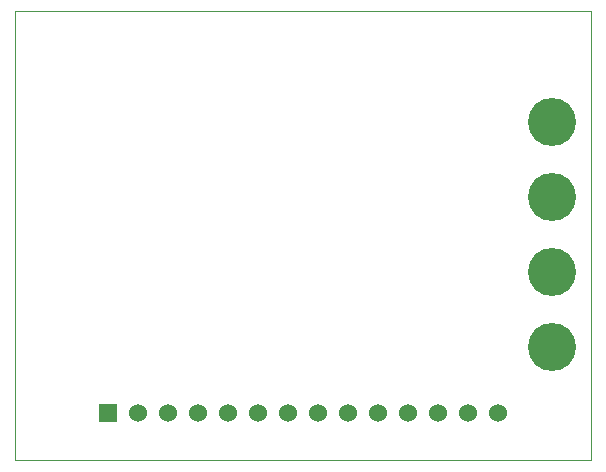
<source format=gbs>
G04 (created by PCBNEW (2013-mar-13)-testing) date Sun 09 Jun 2013 10:00:02 PM EDT*
%MOIN*%
G04 Gerber Fmt 3.4, Leading zero omitted, Abs format*
%FSLAX34Y34*%
G01*
G70*
G90*
G04 APERTURE LIST*
%ADD10C,0.005906*%
%ADD11C,0.003937*%
%ADD12R,0.060000X0.060000*%
%ADD13C,0.060000*%
%ADD14C,0.160000*%
G04 APERTURE END LIST*
G54D10*
G54D11*
X48137Y-60531D02*
X48137Y-45570D01*
X67330Y-60531D02*
X48137Y-60531D01*
X67330Y-45570D02*
X67330Y-60531D01*
X48137Y-45570D02*
X67330Y-45570D01*
G54D12*
X51237Y-58969D03*
G54D13*
X52237Y-58969D03*
X53237Y-58969D03*
X54237Y-58969D03*
X55237Y-58969D03*
X56237Y-58969D03*
X57237Y-58969D03*
X58237Y-58969D03*
X59237Y-58969D03*
X60237Y-58969D03*
X61237Y-58969D03*
X62237Y-58969D03*
X63237Y-58969D03*
X64237Y-58969D03*
G54D14*
X66037Y-49270D03*
X66037Y-51770D03*
X66037Y-56770D03*
X66037Y-54270D03*
M02*

</source>
